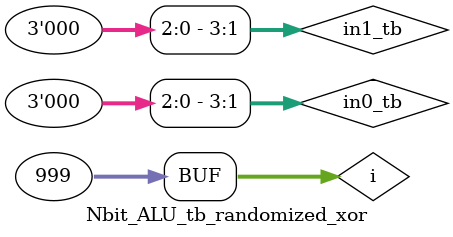
<source format=v>
module Nbit_ALU_tb_randomized_xor();
parameter N_width_tb = 4;
parameter OPCODE_tb = 3;

reg [N_width_tb-1:0] in0_tb , in1_tb , out_exp; 
wire [N_width_tb-1:0] out_tb;

Nbit_ALU #(.N_width(N_width_tb), .OPCODE(OPCODE_tb)) DUT (out_tb , in0_tb , in1_tb);

//opcode = 3
integer i;
initial begin
  for(i=0; i<999; i=i+1)begin
    in0_tb= $random;
    in1_tb= $random;
    out_exp= in0_tb ^ in1_tb; 
    #10;
    if(out_tb != out_exp)begin
        $display("error-ALU in XOR");
    end
  end
  $display("No errors found in XOR");
end

endmodule
</source>
